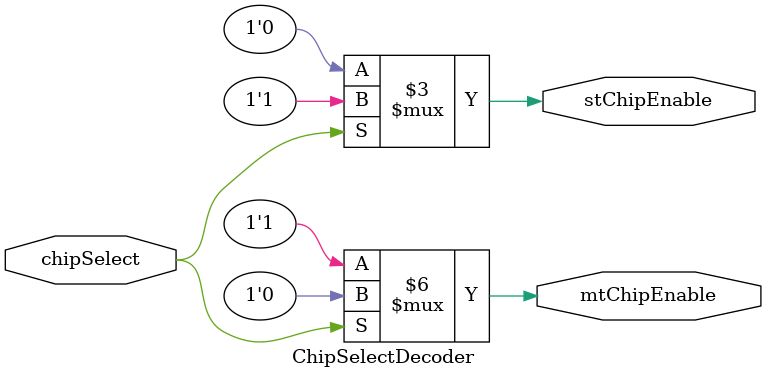
<source format=v>
module ChipSelectDecoder(
		input 	 						chipSelect,
		output reg					 mtChipEnable,
		output reg					 stChipEnable
    );

	always @ (*) begin
		if(chipSelect) begin
			mtChipEnable = 0;
			stChipEnable = 1;
		end
		else begin
			mtChipEnable = 1;
			stChipEnable = 0;
		end
	end

endmodule

</source>
